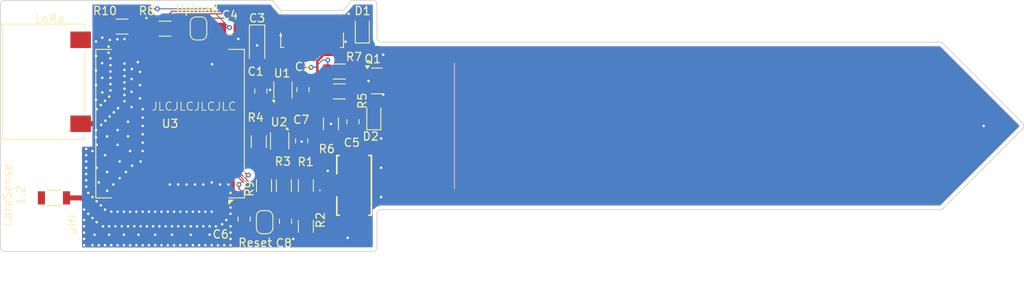
<source format=kicad_pcb>
(kicad_pcb (version 20240108) (generator "pcbnew") (generator_version "8.0")
  (layers (0 "F.Cu" signal) (31 "B.Cu" signal) (34 "B.Paste" user) (35 "F.Paste" user) (36 "B.SilkS" user "B.Silkscreen") (37 "F.SilkS" user "F.Silkscreen") (38 "B.Mask" user) (39 "F.Mask" user) (44 "Edge.Cuts" user))
  (net 0 "")
  (net 1 "GND")
  (net 2 "/SENSE")
  (net 3 "VIN")
  (net 4 "+3V3")
  (net 5 "/EN")
  (net 6 "/CAP")
  (net 7 "VBUS")
  (net 9 "/PWM")
  (net 10 "/SDA")
  (net 11 "/SCL")
  (net 12 "/DP")
  (net 13 "/DN")
  (net 14 "Net-(Q1-B)")
  (net 15 "/BATSENSE")
  (net 25 "Net-(JP2-A)")
  (net 27 "Net-(AE1-FEED)")
  (net 28 "Net-(AE2-FEED)")
  (net 30 "/BTN")
  (footprint "Resistor_SMD:R_1206_3216Metric" (layer "F.Cu") (at 157.0228 61.595 180)
    (property "Reference" "R10")
    (property "Value" "10k")
  )
  (footprint "Resistor_SMD:R_1206_3216Metric" (layer "F.Cu") (at 176.657 80.899 90)
    (property "Reference" "R3")
    (property "Value" "10k")
  )
  (footprint "Capacitor_SMD:C_0805_2012Metric_Pad1.18x1.45mm_HandSolder" (layer "F.Cu") (at 176.8602 85.2424 90)
    (property "Reference" "C8")
    (property "Value" "10n")
  )
  (footprint "RF_Module:Heltec_HT-CT62" (layer "F.Cu") (at 162.8394 73.3806 180)
    (property "Reference" "U3")
    (property "Value" "HT-CT62")
  )
  (footprint "Capacitor_Tantalum_SMD:CP_EIA-3216-18_Kemet-A_Pad1.58x1.35mm_HandSolder" (layer "F.Cu") (at 173.4058 63.881 -90)
    (property "Reference" "C3")
    (property "Value" "47u")
  )
  (footprint "Resistor_SMD:R_1206_3216Metric" (layer "F.Cu") (at 183.388 67.056)
    (property "Reference" "R7")
    (property "Value" "10k")
  )
  (footprint "Jumper:SolderJumper-2_P1.3mm_Open_RoundedPad1.0x1.5mm" (layer "F.Cu") (at 166.2938 61.8236 -90)
    (property "Reference" "JP2" (hide yes))
    (property "Value" "Upload")
  )
  (footprint "Custom:TI_WSON-6-1EP_2x2mm_P0.65mm_EP1x1.6mm" (layer "F.Cu") (at 176.545 69.301 90)
    (property "Reference" "U1")
    (property "Value" "TPS7A2633DRVR")
  )
  (footprint "Resistor_SMD:R_1206_3216Metric" (layer "F.Cu") (at 162.2298 61.849)
    (property "Reference" "R8")
    (property "Value" "10k")
  )
  (footprint "Resistor_SMD:R_1206_3216Metric" (layer "F.Cu") (at 182.372 73.406 90)
    (property "Reference" "R6")
    (property "Value" "1M")
  )
  (footprint "Resistor_SMD:R_1206_3216Metric" (layer "F.Cu") (at 173.609 75.565 -90)
    (property "Reference" "R4")
    (property "Value" "10k")
  )
  (footprint "Diode_SMD:D_SOD-323" (layer "F.Cu") (at 186.182 61.976 90)
    (property "Reference" "D1")
    (property "Value" "1N4148WS" (hide yes))
  )
  (footprint "Resistor_SMD:R_1206_3216Metric" (layer "F.Cu") (at 179.324 80.899 -90)
    (property "Reference" "R1")
    (property "Value" "2M")
  )
  (footprint "Connector_USB:USB_Micro-B_Molex_47346-0001" (layer "F.Cu") (at 180.086 62.4236 180)
    (property "Reference" "J2" (hide yes))
    (property "Value" "USB_B_Micro" (hide yes))
  )
  (footprint "Custom:532614002" (layer "F.Cu") (at 184.785 80.8736 -90)
    (property "Reference" "J1" (hide yes))
    (property "Value" "Conn_01x02_Socket" (hide yes))
  )
  (footprint "Capacitor_SMD:C_0805_2012Metric_Pad1.18x1.45mm_HandSolder" (layer "F.Cu") (at 178.81275 75.474 -90)
    (property "Reference" "C7")
    (property "Value" "100n")
  )
  (footprint "Custom:2450AT18A100E_JOT" (layer "F.Cu") (at 148.7424 82.3976 180)
    (property "Reference" "AE1" (hide yes))
    (property "Value" "Wifi")
  )
  (footprint "Resistor_SMD:R_1206_3216Metric" (layer "F.Cu") (at 183.388 69.469)
    (property "Reference" "R5")
    (property "Value" "10k")
  )
  (footprint "Capacitor_SMD:C_0805_2012Metric_Pad1.18x1.45mm_HandSolder" (layer "F.Cu") (at 185.039 73.152 90)
    (property "Reference" "C5")
    (property "Value" "1n")
  )
  (footprint "Diode_SMD:D_SOD-323" (layer "F.Cu") (at 187.579 72.517 90)
    (property "Reference" "D2")
    (property "Value" "1N4148WS")
  )
  (footprint "Custom:smd-tactile" (layer "F.Cu") (at 184.11 87.249)
    (property "Reference" "SW1" (hide yes))
    (property "Value" "SW_Push")
  )
  (footprint "Resistor_SMD:R_1206_3216Metric" (layer "F.Cu") (at 174.244 80.899 90)
    (property "Reference" "R9")
    (property "Value" "10k")
  )
  (footprint "Capacitor_SMD:C_0805_2012Metric_Pad1.18x1.45mm_HandSolder" (layer "F.Cu") (at 173.859 69.428 -90)
    (property "Reference" "C1")
    (property "Value" "2.2u")
  )
  (footprint "Resistor_SMD:R_1206_3216Metric" (layer "F.Cu") (at 179.324 85.852 90)
    (property "Reference" "R2")
    (property "Value" "2M")
  )
  (footprint "Custom:ANT-868-uSP410" (layer "F.Cu") (at 147.478 68.3006 90)
    (property "Reference" "AE2" (hide yes))
    (property "Value" "Lora" (hide yes))
  )
  (footprint "Custom:CapSense" (layer "F.Cu") (at 229.171 73.533 90)
    (property "Reference" "J4" (hide yes))
    (property "Value" "CapSense" (hide yes))
  )
  (footprint "Capacitor_SMD:C_0805_2012Metric_Pad1.18x1.45mm_HandSolder" (layer "F.Cu") (at 178.973 69.244001 90)
    (property "Reference" "C2")
    (property "Value" "1u")
  )
  (footprint "Jumper:SolderJumper-2_P1.3mm_Open_RoundedPad1.0x1.5mm" (layer "F.Cu") (at 174.3202 85.344 90)
    (property "Reference" "JP1" (hide yes))
    (property "Value" "Reset")
  )
  (footprint "Capacitor_SMD:C_0805_2012Metric_Pad1.18x1.45mm_HandSolder" (layer "F.Cu") (at 170.1038 61.849 180)
    (property "Reference" "C4")
    (property "Value" "10uF")
  )
  (footprint "Custom:Sensirion_DFN-4-1EP_2x2mm_P1mm_EP0.7x1.6mm" (layer "F.Cu") (at 176.14575 75.474 -90)
    (property "Reference" "U2")
    (property "Value" "SHTC3")
  )
  (footprint "Capacitor_SMD:C_0805_2012Metric_Pad1.18x1.45mm_HandSolder" (layer "F.Cu") (at 171.831 84.963 90)
    (property "Reference" "C6")
    (property "Value" "2.2u")
  )
  (footprint "Package_TO_SOT_SMD:SOT-23" (layer "F.Cu") (at 187.96 68.199)
    (property "Reference" "Q1")
    (property "Value" "MMBT3906")
  )
  (gr_line (start 197.358 66.04) (end 197.358 81.28) (stroke (width 0.1)) (layer "B.SilkS"))
  (gr_line (start 197.358 66.04) (end 197.358 81.28) (stroke (width 0.1)) (layer "F.SilkS"))
  (gr_arc (start 266.34079 73.30079) (mid 266.489586 73.66) (end 266.34079 74.01921) (stroke (width 0.1)) (layer "Edge.Cuts"))
  (gr_line (start 142.239989 88.392) (end 142.24 58.928) (stroke (width 0.1)) (layer "Edge.Cuts"))
  (gr_arc (start 187.96 88.392) (mid 187.81121 88.75121) (end 187.452 88.9) (stroke (width 0.1)) (layer "Edge.Cuts"))
  (gr_arc (start 188.468 63.5) (mid 188.10879 63.35121) (end 187.96 62.992) (stroke (width 0.1)) (layer "Edge.Cuts"))
  (gr_line (start 266.34079 74.01921) (end 256.68879 83.67121) (stroke (width 0.1)) (layer "Edge.Cuts"))
  (gr_line (start 176.276 59.6296) (end 183.896 59.6296) (stroke (width 0.1)) (layer "Edge.Cuts"))
  (gr_arc (start 187.452 58.42) (mid 187.81121 58.56879) (end 187.96 58.928) (stroke (width 0.1)) (layer "Edge.Cuts"))
  (gr_line (start 184.912 58.42) (end 187.452 58.42) (stroke (width 0.1)) (layer "Edge.Cuts"))
  (gr_line (start 188.468 63.5) (end 256.32958 63.5) (stroke (width 0.1)) (layer "Edge.Cuts"))
  (gr_line (start 183.896 59.6296) (end 184.912 58.42) (stroke (width 0.1)) (layer "Edge.Cuts"))
  (gr_line (start 256.32958 83.82) (end 188.468 83.82) (stroke (width 0.1)) (layer "Edge.Cuts"))
  (gr_arc (start 256.32958 63.5) (mid 256.523983 63.538669) (end 256.68879 63.64879) (stroke (width 0.1)) (layer "Edge.Cuts"))
  (gr_line (start 187.96 58.928) (end 187.96 62.992) (stroke (width 0.1)) (layer "Edge.Cuts"))
  (gr_line (start 187.452 88.9) (end 142.748 88.900011) (stroke (width 0.1)) (layer "Edge.Cuts"))
  (gr_line (start 187.96 84.328) (end 187.96 88.392) (stroke (width 0.1)) (layer "Edge.Cuts"))
  (gr_arc (start 142.748 88.900011) (mid 142.38983 88.75017) (end 142.239989 88.392) (stroke (width 0.1)) (layer "Edge.Cuts"))
  (gr_line (start 256.68879 63.64879) (end 266.34079 73.30079) (stroke (width 0.1)) (layer "Edge.Cuts"))
  (gr_line (start 175.26 58.42) (end 176.276 59.6296) (stroke (width 0.1)) (layer "Edge.Cuts"))
  (gr_arc (start 142.24 58.928) (mid 142.390059 58.567525) (end 142.751584 58.420013) (stroke (width 0.1)) (layer "Edge.Cuts"))
  (gr_arc (start 256.68879 83.67121) (mid 256.523983 83.78133) (end 256.32958 83.82) (stroke (width 0.1)) (layer "Edge.Cuts"))
  (gr_line (start 142.748 58.42) (end 175.26 58.42) (stroke (width 0.1)) (layer "Edge.Cuts"))
  (gr_arc (start 187.96 84.328) (mid 188.10879 83.96879) (end 188.468 83.82) (stroke (width 0.1)) (layer "Edge.Cuts"))
  (gr_text "LoRa" (at 146.3548 61.214 0) (layer "F.SilkS") (effects (font (size 1 1) (thickness 0.1)) (justify left bottom)))
  (gr_text "LoraSense\n1.2" (at 145.288 82.042 90) (layer "F.SilkS") (effects (font (size 1 1) (thickness 0.1)) (justify bottom)))
  (gr_text "JLCJLCJLCJLC" (at 160.528 71.882 0) (layer "F.SilkS") (effects (font (size 1 1) (thickness 0.1)) (justify left bottom)))
  (gr_text "wifi\n" (at 151.638 87.0204 90) (layer "F.SilkS") (effects (font (size 1 1) (thickness 0.1)) (justify left bottom)))
  (segment (start 159.9692 60.5536) (end 159.9692 61.0509) (width 0.3048) (layer "F.Cu") (net 1))
  (segment (start 188.8975 68.199) (end 186.944 68.199) (width 0.3048) (layer "F.Cu") (net 1))
  (segment (start 181.236 61.2236) (end 183.461 61.2236) (width 0.3048) (layer "F.Cu") (net 1))
  (segment (start 171.831 86.0005) (end 174.3137 86.0005) (width 0.3048) (layer "F.Cu") (net 1))
  (segment (start 177.8615 87.3145) (end 177.8 87.376) (width 0.3048) (layer "F.Cu") (net 1))
  (segment (start 178.70025 76.399) (end 178.81275 76.5115) (width 0.3048) (layer "F.Cu") (net 1))
  (segment (start 171.1413 61.849) (end 171.1413 63.0801) (width 0.3048) (layer "F.Cu") (net 1))
  (segment (start 183.791 63.7986) (end 184.15 63.4396) (width 0.3048) (layer "F.Cu") (net 1))
  (segment (start 174.9941 69.301) (end 174.9796 69.2865) (width 0.3048) (layer "F.Cu") (net 1))
  (segment (start 176.711 62.2426) (end 176.276 62.6776) (width 0.3048) (layer "F.Cu") (net 1))
  (segment (start 171.831 86.0005) (end 170.3285 86.0005) (width 0.3048) (layer "F.Cu") (net 1))
  (segment (start 182.285 79.415) (end 181.991 79.121) (width 0.3048) (layer "F.Cu") (net 1))
  (segment (start 184.868 71.9435) (end 185.039 72.1145) (width 0.3048) (layer "F.Cu") (net 1))
  (segment (start 170.2855 87.2705) (end 170.18 87.376) (width 0.3048) (layer "F.Cu") (net 1))
  (segment (start 179.324 87.3145) (end 177.8615 87.3145) (width 0.3048) (layer "F.Cu") (net 1))
  (segment (start 176.8602 86.2799) (end 176.8602 86.4362) (width 0.3048) (layer "F.Cu") (net 1))
  (segment (start 178.81275 76.5115) (end 178.81275 75.56825) (width 0.3048) (layer "F.Cu") (net 1))
  (segment (start 167.9194 64.4906) (end 167.9194 66.1416) (width 0.3048) (layer "F.Cu") (net 1))
  (segment (start 184.525597 60.046135) (end 183.461 61.110732) (width 0.3048) (layer "F.Cu") (net 1))
  (segment (start 178.81275 76.5115) (end 178.58805 76.5115) (width 0.3048) (layer "F.Cu") (net 1))
  (segment (start 183.461 61.110732) (end 183.461 61.2236) (width 0.3048) (layer "F.Cu") (net 1))
  (segment (start 178.786 63.8836) (end 177.6835 63.8836) (width 0.3048) (layer "F.Cu") (net 1))
  (segment (start 186.61 87.249) (end 184.404 87.249) (width 0.3048) (layer "F.Cu") (net 1))
  (segment (start 178.81275 75.56825) (end 178.816 75.565) (width 0.3048) (layer "F.Cu") (net 1))
  (segment (start 177.992499 69.301) (end 178.973 70.281501) (width 0.508) (layer "F.Cu") (net 1))
  (segment (start 176.711 61.2236) (end 178.536 61.2236) (width 0.3048) (layer "F.Cu") (net 1))
  (segment (start 176.545 69.301) (end 177.992499 69.301) (width 0.508) (layer "F.Cu") (net 1))
  (segment (start 159.9692 61.0509) (end 160.7673 61.849) (width 0.3048) (layer "F.Cu") (net 1))
  (segment (start 167.9194 66.1416) (end 167.9448 66.167) (width 0.3048) (layer "F.Cu") (net 1))
  (segment (start 176.64575 76.399) (end 178.70025 76.399) (width 0.3048) (layer "F.Cu") (net 1))
  (segment (start 176.8602 86.4362) (end 177.8 87.376) (width 0.3048) (layer "F.Cu") (net 1))
  (segment (start 182.5735 63.7986) (end 183.791 63.7986) (width 0.3048) (layer "F.Cu") (net 1))
  (segment (start 177.5985 63.7986) (end 177.397 63.7986) (width 0.3048) (layer "F.Cu") (net 1))
  (segment (start 177.397 63.7986) (end 176.276 62.6776) (width 0.3048) (layer "F.Cu") (net 1))
  (segment (start 173.4058 65.3185) (end 173.4058 63.881) (width 0.3048) (layer "F.Cu") (net 1))
  (segment (start 174.755 69.2865) (end 173.859 68.3905) (width 0.3048) (layer "F.Cu") (net 1))
  (segment (start 182.372 71.9435) (end 182.372 73.406) (width 0.3048) (layer "F.Cu") (net 1))
  (segment (start 171.1413 63.0801) (end 171.1198 63.1016) (width 0.3048) (layer "F.Cu") (net 1))
  (segment (start 170.3285 86.0005) (end 170.18 85.852) (width 0.3048) (layer "F.Cu") (net 1))
  (segment (start 182.285 80.2486) (end 182.285 79.415) (width 0.3048) (layer "F.Cu") (net 1))
  (segment (start 176.545 69.301) (end 176.545 68.326) (width 0.508) (layer "F.Cu") (net 1))
  (segment (start 182.372 71.9435) (end 184.868 71.9435) (width 0.3048) (layer "F.Cu") (net 1))
  (segment (start 176.545 69.301) (end 174.9941 69.301) (width 0.508) (layer "F.Cu") (net 1))
  (segment (start 178.536 61.2236) (end 181.236 61.2236) (width 0.3048) (layer "F.Cu") (net 1))
  (segment (start 174.9796 69.2865) (end 174.755 69.2865) (width 0.3048) (layer "F.Cu") (net 1))
  (segment (start 174.3137 86.0005) (end 174.3202 85.994) (width 0.3048) (layer "F.Cu") (net 1))
  (segment (start 176.711 61.2236) (end 176.711 62.2426) (width 0.3048) (layer "F.Cu") (net 1))
  (via (at 155.702 88.138) (size 0.5) (drill 0.3) (layers "F.Cu" "B.Cu") (net 1))
  (via (at 188.468 78.74) (size 0.6) (drill 0.3) (layers "F.Cu" "B.Cu") (net 1))
  (via (at 159.9692 60.5536) (size 0.5) (drill 0.3) (layers "F.Cu" "B.Cu") (net 1))
  (via (at 155.448 70.104) (size 0.5) (drill 0.3) (layers "F.Cu" "B.Cu") (net 1))
  (via (at 159.512 84.074) (size 0.5) (drill 0.3) (layers "F.Cu" "B.Cu") (net 1))
  (via (at 153.924 71.628) (size 0.5) (drill 0.3) (layers "F.Cu" "B.Cu") (net 1))
  (via (at 157.3022 67.6148) (size 0.5) (drill 0.3) (layers "F.Cu" "B.Cu") (net 1))
  (via (at 166.37 88.138) (size 0.5) (drill 0.3) (layers "F.Cu" "B.Cu") (net 1))
  (via (at 155.194 74.93) (size 0.5) (drill 0.3) (layers "F.Cu" "B.Cu") (net 1))
  (via (at 152.654 77.978) (size 0.5) (drill 0.3) (layers "F.Cu" "B.Cu") (net 1))
  (via (at 166.878 80.772) (size 0.5) (drill 0.3) (layers "F.Cu" "B.Cu") (net 1))
  (via (at 159.258 85.852) (size 0.5) (drill 0.3) (layers "F.Cu" "B.Cu") (net 1))
  (via (at 153.8478 63.40475) (size 0.5) (drill 0.3) (layers "F.Cu" "B.Cu") (net 1))
  (via (at 169.418 88.138) (size 0.5) (drill 0.3) (layers "F.Cu" "B.Cu") (net 1))
  (via (at 154.686 85.852) (size 0.5) (drill 0.3) (layers "F.Cu" "B.Cu") (net 1))
  (via (at 157.734 74.93) (size 0.5) (drill 0.3) (layers "F.Cu" "B.Cu") (net 1))
  (via (at 163.322 84.074) (size 0.5) (drill 0.3) (layers "F.Cu" "B.Cu") (net 1))
  (via (at 176.276 62.6776) (size 0.5) (drill 0.3) (layers "F.Cu" "B.Cu") (net 1))
  (via (at 154.6098 62.9412) (size 0.5) (drill 0.3) (layers "F.Cu" "B.Cu") (net 1))
  (via (at 158.75 88.138) (size 0.5) (drill 0.3) (layers "F.Cu" "B.Cu") (net 1))
  (via (at 155.702 84.074) (size 0.5) (drill 0.3) (layers "F.Cu" "B.Cu") (net 1))
  (via (at 153.8478 70.485) (size 0.5) (drill 0.3) (layers "F.Cu" "B.Cu") (net 1))
  (via (at 182.372 73.406) (size 0.6) (drill 0.3) (layers "F.Cu" "B.Cu") (net 1))
  (via (at 168.656 88.138) (size 0.5) (drill 0.3) (layers "F.Cu" "B.Cu") (net 1))
  (via (at 163.322 88.138) (size 0.5) (drill 0.3) (layers "F.Cu" "B.Cu") (net 1))
  (via (at 188.468 82.296) (size 0.6) (drill 0.3) (layers "F.Cu" "B.Cu") (net 1))
  (via (at 156.464 75.946) (size 0.5) (drill 0.3) (layers "F.Cu" "B.Cu") (net 1))
  (via (at 181.991 79.121) (size 0.6) (drill 0.3) (layers "F.Cu" "B.Cu") (net 1))
  (via (at 167.132 88.138) (size 0.5) (drill 0.3) (layers "F.Cu" "B.Cu") (net 1))
  (via (at 161.036 84.074) (size 0.5) (drill 0.3) (layers "F.Cu" "B.Cu") (net 1))
  (via (at 178.816 75.565) (size 0.6) (drill 0.3) (layers "F.Cu" "B.Cu") (net 1))
  (via (at 161.798 88.138) (size 0.5) (drill 0.3) (layers "F.Cu" "B.Cu") (net 1))
  (via (at 153.416 84.836) (size 0.5) (drill 0.3) (layers "F.Cu" "B.Cu") (net 1))
  (via (at 163.068 85.852) (size 0.5) (drill 0.3) (layers "F.Cu" "B.Cu") (net 1))
  (via (at 152.4 85.852) (size 0.5) (drill 0.3) (layers "F.Cu" "B.Cu") (net 1))
  (via (at 167.894 88.138) (size 0.5) (drill 0.3) (layers "F.Cu" "B.Cu") (net 1))
  (via (at 184.525597 60.046135) (size 0.5) (drill 0.3) (layers "F.Cu" "B.Cu") (net 1))
  (via (at 157.734 85.852) (size 0.5) (drill 0.3) (layers "F.Cu" "B.Cu") (net 1))
  (via (at 164.846 88.138) (size 0.5) (drill 0.3) (layers "F.Cu" "B.Cu") (net 1))
  (via (at 155.448 86.868) (size 0.5) (drill 0.3) (layers "F.Cu" "B.Cu") (net 1))
  (via (at 157.3022 69.1388) (size 0.5) (drill 0.3) (layers "F.Cu" "B.Cu") (net 1))
  (via (at 170.18 84.328) (size 0.5) (drill 0.3) (layers "F.Cu" "B.Cu") (net 1))
  (via (at 156.5148 71.501) (size 0.5) (drill 0.3) (layers "F.Cu" "B.Cu") (net 1))
  (via (at 152.908 84.328) (size 0.5) (drill 0.3) (layers "F.Cu" "B.Cu") (net 1))
  (via (at 153.8478 66.929) (size 0.5) (drill 0.3) (layers "F.Cu" "B.Cu") (net 1))
  (via (at 166.878 85.852) (size 0.5) (drill 0.3) (layers "F.Cu" "B.Cu") (net 1))
  (via (at 159.1818 68.707002) (size 0.5) (drill 0.3) (layers "F.Cu" "B.Cu") (net 1))
  (via (at 153.8478 74.168) (size 0.5) (drill 0.3) (layers "F.Cu" "B.Cu") (net 1))
  (via (at 157.3022 66.8528) (size 0.5) (drill 0.3) (layers "F.Cu" "B.Cu") (net 1))
  (via (at 153.924 78.74) (size 0.5) (drill 0.3) (layers "F.Cu" "B.Cu") (net 1))
  (via (at 153.416 88.138) (size 0.5) (drill 0.3) (layers "F.Cu" "B.Cu") (net 1))
  (via (at 157.734 73.152) (size 0.5) (drill 0.3) (layers "F.Cu" "B.Cu") (net 1))
  (via (at 170.18 85.852) (size 0.5) (drill 0.3) (layers "F.Cu" "B.Cu") (net 1))
  (via (at 154.178 80.518) (size 0.5) (drill 0.3) (layers "F.Cu" "B.Cu") (net 1))
  (via (at 186.944 68.199) (size 0.6) (drill 0.3) (layers "F.Cu" "B.Cu") (net 1))
  (via (at 167.64 86.868) (size 0.5) (drill 0.3) (layers "F.Cu" "B.Cu") (net 1))
  (via (at 162.814 80.772) (size 0.5) (drill 0.3) (layers "F.Cu" "B.Cu") (net 1))
  (via (at 152.4 88.138) (size 0.5) (drill 0.3) (layers "F.Cu" "B.Cu") (net 1))
  (via (at 159.1818 70.315668) (size 0.5) (drill 0.3) (layers "F.Cu" "B.Cu") (net 1))
  (via (at 158.1658 67.966166) (size 0.5) (drill 0.3) (layers "F.Cu" "B.Cu") (net 1))
  (via (at 163.83 85.852) (size 0.5) (drill 0.3) (layers "F.Cu" "B.Cu") (net 1))
  (via (at 156.21 85.852) (size 0.5) (drill 0.3) (layers "F.Cu" "B.Cu") (net 1))
  (via (at 152.4 83.82) (size 0.5) (drill 0.3) (layers "F.Cu" "B.Cu") (net 1))
  (via (at 163.068 86.868) (size 0.5) (drill 0.3) (layers "F.Cu" "B.Cu") (net 1))
  (via (at 158.1912 66.7512) (size 0.5) (drill 0.3) (layers "F.Cu" "B.Cu") (net 1))
  (via (at 158.75 84.074) (size 0.5) (drill 0.3) (layers "F.Cu" "B.Cu") (net 1))
  (via (at 154.94 88.138) (size 0.5) (drill 0.3) (layers "F.Cu" "B.Cu") (net 1))
  (via (at 157.988 88.138) (size 0.5) (drill 0.3) (layers "F.Cu" "B.Cu") (net 1))
  (via (at 188.722 69.85) (size 0.6) (drill 0.3) (layers "F.Cu" "B.Cu") (net 1))
  (via (at 154.432 83.312) (size 0.5) (drill 0.3) (layers "F.Cu" "B.Cu") (net 1))
  (via (at 159.512 74.676) (size 0.5) (drill 0.3) (layers "F.Cu" "B.Cu") (net 1))
  (via (at 158.496 85.852) (size 0.5) (drill 0.3) (layers "F.Cu" "B.Cu") (net 1))
  (via (at 154.6098 69.596) (size 0.5) (drill 0.3) (layers "F.Cu" "B.Cu") (net 1))
  (via (at 155.6004 65.4558) (size 0.5) (drill 0.3) (layers "F.Cu" "B.Cu") (net 1))
  (via (at 157.988 76.708) (size 0.5) (drill 0.3) (layers "F.Cu" "B.Cu") (net 1))
  (via (at 159.512 76.708) (size 0.5) (drill 0.3) (layers "F.Cu" "B.Cu") (net 1))
  (via (at 261.62 73.66) (size 0.6) (drill 0.3) (layers "F.Cu" "B.Cu") (net 1))
  (via (at 152.654 80.264) (size 0.5) (drill 0.3) (layers "F.Cu" "B.Cu") (net 1))
  (via (at 188.722 65.024) (size 0.6) (drill 0.3) (layers "F.Cu" "B.Cu") (net 1))
  (via (at 155.4988 72.517) (size 0.5) (drill 0.3) (layers "F.Cu" "B.Cu") (net 1))
  (via (at 152.4 87.376) (size 0.5) (drill 0.3) (layers "F.Cu" "B.Cu") (net 1))
  (via (at 170.18 81.788) (size 0.5) (drill 0.3) (layers "F.Cu" "B.Cu") (net 1))
  (via (at 158.9278 65.913) (size 0.5) (drill 0.3) (layers "F.Cu" "B.Cu") (net 1))
  (via (at 153.8478 75.057) (size 0.5) (drill 0.3) (layers "F.Cu" "B.Cu") (net 1))
  (via (at 184.15 63.4396) (size 0.5) (drill 0.3) (layers "F.Cu" "B.Cu") (net 1))
  (via (at 164.846 80.772) (size 0.5) (drill 0.3) (layers "F.Cu" "B.Cu") (net 1))
  (via (at 160.02 85.852) (size 0.5) (drill 0.3) (layers "F.Cu" "B.Cu") (net 1))
  (via (at 155.6004 69.342) (size 0.5) (drill 0.3) (layers "F.Cu" "B.Cu") (net 1))
  (via (at 157.48 79.248) (size 0.5) (drill 0.3) (layers "F.Cu" "B.Cu") (net 1))
  (via (at 167.64 85.852) (size 0.5) (drill 0.3) (layers "F.Cu" "B.Cu") (net 1))
  (via (at 152.654 79.502) (size 0.5) (drill 0.3) (layers "F.Cu" "B.Cu") (net 1))
  (via (at 164.592 85.852) (size 0.5) (drill 0.3) (layers "F.Cu" "B.Cu") (net 1))
  (via (at 167.894 80.518) (size 0.5) (drill 0.3) (layers "F.Cu" "B.Cu") (net 1))
  (via (at 153.8478 65.166875) (size 0.5) (drill 0.3) (layers "F.Cu" "B.Cu") (net 1))
  (via (at 188.468 75.184) (size 0.6) (drill 0.3) (layers "F.Cu" "B.Cu") (net 1))
  (via (at 157.226 84.074) (size 0.5) (drill 0.3) (layers "F.Cu" "B.Cu") (net 1))
  (via (at 159.004 86.868) (size 0.5) (drill 0.3) (layers "F.Cu" "B.Cu") (net 1))
  (via (at 154.94 70.612) (size 0.5) (drill 0.3) (layers "F.Cu" "B.Cu") (net 1))
  (via (at 157.226 86.868) (size 0.5) (drill 0.3) (layers "F.Cu" "B.Cu") (net 1))
  (via (at 152.654 77.216) (size 0.5) (drill 0.3) (layers "F.Cu" "B.Cu") (net 1))
  (via (at 156.4386 63.1444) (size 0.5) (drill 0.3) (layers "F.Cu" "B.Cu") (net 1))
  (via (at 155.6004 67.056) (size 0.5) (drill 0.3) (layers "F.Cu" "B.Cu") (net 1))
  (via (at 161.036 86.868) (size 0.5) (drill 0.3) (layers "F.Cu" "B.Cu") (net 1))
  (via (at 174.9796 69.2865) (size 0.5) (drill 0.3) (layers "F.Cu" "B.Cu") (net 1))
  (via (at 155.194 79.248) (size 0.5) (drill 0.3) (layers "F.Cu" "B.Cu") (net 1))
  (via (at 156.0068 72.009) (size 0.5) (drill 0.3) (layers "F.Cu" "B.Cu") (net 1))
  (via (at 156.972 85.852) (size 0.5) (drill 0.3) (layers "F.Cu" "B.Cu") (net 1))
  (via (at 159.512 75.692) (size 0.5) (drill 0.3) (layers "F.Cu" "B.Cu") (net 1))
  (via (at 160.274 88.138) (size 0.5) (drill 0.3) (layers "F.Cu" "B.Cu") (net 1))
  (via (at 153.8478 68.691125) (size 0.5) (drill 0.3) (layers "F.Cu" "B.Cu") (net 1))
  (via (at 154.9908 73.025) (size 0.5) (drill 0.3) (layers "F.Cu" "B.Cu") (net 1))
  (via (at 162.306 85.852) (size 0.5) (drill 0.3) (layers "F.Cu" "B.Cu") (net 1))
  (via (at 167.132 84.074) (size 0.5) (drill 0.3) (layers "F.Cu" "B.Cu") (net 1))
  (via (at 170.18 83.566) (size 0.5) (drill 0.3) (layers "F.Cu" "B.Cu") (net 1))
  (via (at 169.672 85.09) (size 0.5) (drill 0.3) (layers "F.Cu" "B.Cu") (net 1))
  (via (at 152.4 86.614) (size 0.5) (drill 0.3) (layers "F.Cu" "B.Cu") (net 1))
  (via (at 154.4828 73.533) (size 0.5) (drill 0.3) (layers "F.Cu" "B.Cu") (net 1))
  (via (at 161.036 88.138) (size 0.5) (drill 0.3) (layers "F.Cu" "B.Cu") (net 1))
  (via (at 152.4 85.09) (size 0.5) (drill 0.3) (layers "F.Cu" "B.Cu") (net 1))
  (via (at 163.83 80.772) (size 0.5) (drill 0.3) (layers "F.Cu" "B.Cu") (net 1))
  (via (at 158.242 78.486) (size 0.5) (drill 0.3) (layers "F.Cu" "B.Cu") (net 1))
  (via (at 162.56 88.138) (size 0.5) (drill 0.3) (layers "F.Cu" "B.Cu") (net 1))
  (via (at 158.1658 71.374) (size 0.5) (drill 0.3) (layers "F.Cu" "B.Cu") (net 1))
  (via (at 168.91 80.772) (size 0.5) (drill 0.3) (layers "F.Cu" "B.Cu") (net 1))
  (via (at 153.416 82.296) (size 0.5) (drill 0.3) (layers "F.Cu" "B.Cu") (net 1))
  (via (at 155.956 80.772) (size 0.5) (drill 0.3) (layers "F.Cu" "B.Cu") (net 1))
  (via (at 167.9448 66.167) (size 0.5) (drill 0.3) (layers "F.Cu" "B.Cu") (net 1))
  (via (at 173.4058 63.881) (size 0.5) (drill 0.3) (layers "F.Cu" "B.Cu") (net 1))
  (via (at 156.464 88.138) (size 0.5) (drill 0.3) (layers "F.Cu" "B.Cu") (net 1))
  (via (at 161.544 85.852) (size 0.5) (drill 0.3) (layers "F.Cu" "B.Cu") (net 1))
  (via (at 152.654 78.74) (size 0.5) (drill 0.3) (layers "F.Cu" "B.Cu") (net 1))
  (via (at 166.116 85.852) (size 0.5) (drill 0.3) (layers "F.Cu" "B.Cu") (net 1))
  (via (at 155.448 85.852) (size 0.5) (drill 0.3) (layers "F.Cu" "B.Cu") (net 1))
  (via (at 170.18 87.376) (size 0.5) (drill 0.3) (layers "F.Cu" "B.Cu") (net 1))
  (via (at 170.18 88.138) (size 0.5) (drill 0.3) (layers "F.Cu" "B.Cu") (net 1))
  (via (at 168.402 85.852) (size 0.5) (drill 0.3) (layers "F.Cu" "B.Cu") (net 1))
  (via (at 157.3022 66.0908) (size 0.5) (drill 0.3) (layers "F.Cu" "B.Cu") (net 1))
  (via (at 154.5844 66.04) (size 0.5) (drill 0.3) (layers "F.Cu" "B.Cu") (net 1))
  (via (at 171.1198 63.1016) (size 0.5) (drill 0.3) (layers "F.Cu" "B.Cu") (net 1))
  (via (at 157.3022 63.119) (size 0.5) (drill 0.3) (layers "F.Cu" "B.Cu") (net 1))
  (via (at 153.924 82.804) (size 0.5) (drill 0.3) (layers "F.Cu" "B.Cu") (net 1))
  (via (at 153.67 86.868) (size 0.5) (drill 0.3) (layers "F.Cu" "B.Cu") (net 1))
  (via (at 161.798 84.074) (size 0.5) (drill 0.3) (layers "F.Cu" "B.Cu") (net 1))
  (via (at 177.8 87.376) (size 0.6) (drill 0.3) (layers "F.Cu" "B.Cu") (net 1))
  (via (at 157.3022 70.6628) (size 0.5) (drill 0.3) (layers "F.Cu" "B.Cu") (net 1))
  (via (at 157.226 88.138) (size 0.5) (drill 0.3) (layers "F.Cu" "B.Cu") (net 1))
  (via (at 155.6004 68.58) (size 0.5) (drill 0.3) (layers "F.Cu" "B.Cu") (net 1))
  (via (at 165.608 88.138) (size 0.5) (drill 0.3) (layers "F.Cu" "B.Cu") (net 1))
  (via (at 157.3022 69.9008) (size 0.5) (drill 0.3) (layers "F.Cu" "B.Cu") (net 1))
  (via (at 152.908 81.788) (size 0.5) (drill 0.3) (layers "F.Cu" "B.Cu") (net 1))
  (via (at 160.782 85.852) (size 0.5) (drill 0.3) (layers "F.Cu" "B.Cu") (net 1))
  (via (at 156.464 84.074) (size 0.5) (drill 0.3) (layers "F.Cu" "B.Cu") (net 1))
  (via (at 164.084 88.138) (size 0.5) (drill 0.3) (layers "F.Cu" "B.Cu") (net 1))
  (via (at 159.512 72.644) (size 0.5) (drill 0.3) (layers "F.Cu" "B.Cu") (net 1))
  (via (at 169.926 80.772) (size 0.5) (drill 0.3) (layers "F.Cu" "B.Cu") (net 1))
  (via (at 157.3022 68.3768) (size 0.5) (drill 0.3) (layers "F.Cu" "B.Cu") (net 1))
  (via (at 159.512 73.66) (size 0.5) (drill 0.3) (layers "F.Cu" "B.Cu") (net 1))
  (via (at 159.512 71.628) (size 0.5) (drill 0.3) (layers "F.Cu" "B.Cu") (net 1))
  (via (at 152.654 76.454) (size 0.5) (drill 0.3) (layers "F.Cu" "B.Cu") (net 1))
  (via (at 167.894 84.074) (size 0.5) (drill 0.3) (layers "F.Cu" "B.Cu") (net 1))
  (via (at 153.924 75.946) (size 0.5) (drill 0.3) (layers "F.Cu" "B.Cu") (net 1))
  (via (at 157.988 84.074) (size 0.5) (drill 0.3) (layers "F.Cu" "B.Cu") (net 1))
  (via (at 155.194 81.534) (size 0.5) (drill 0.3) (layers "F.Cu" "B.Cu") (net 1))
  (via (at 164.846 84.074) (size 0.5) (drill 0.3) (layers "F.Cu" "B.Cu") (net 1))
  (via (at 165.354 86.868) (size 0.5) (drill 0.3) (layers "F.Cu" "B.Cu") (net 1))
  (via (at 160.274 84.074) (size 0.5) (drill 0.3) (layers "F.Cu" "B.Cu") (net 1))
  (via (at 156.718 80.01) (size 0.5) (drill 0.3) (layers "F.Cu" "B.Cu") (net 1))
  (via (at 166.37 84.074) (size 0.5) (drill 0.3) (layers "F.Cu" "B.Cu") (net 1))
  (via (at 170.18 86.614) (size 0.5) (drill 0.3) (layers "F.Cu" "B.Cu") (net 1))
  (via (at 159.258 77.978) (size 0.5) (drill 0.3) (layers "F.Cu" "B.Cu") (net 1))
  (via (at 156.718 77.978) (size 0.5) (drill 0.3) (layers "F.Cu" "B.Cu") (net 1))
  (via (at 155.6004 66.294) (size 0.5) (drill 0.3) (layers "F.Cu" "B.Cu") (net 1))
  (via (at 164.084 84.074) (size 0.5) (drill 0.3) (layers "F.Cu" "B.Cu") (net 1))
  (via (at 156.464 74.168) (size 0.5) (drill 0.3) (layers "F.Cu" "B.Cu") (net 1))
  (via (at 159.1818 67.098336) (size 0.5) (drill 0.3) (layers "F.Cu" "B.Cu") (net 1))
  (via (at 169.164 85.598) (size 0.5) (drill 0.3) (layers "F.Cu" "B.Cu") (net 1))
  (via (at 154.432 71.12) (size 0.5) (drill 0.3) (layers "F.Cu" "B.Cu") (net 1))
  (via (at 153.416 76.708) (size 0.5) (drill 0.3) (layers "F.Cu" "B.Cu") (net 1))
  (via (at 155.3718 64.0334) (size 0.5) (drill 0.3) (layers "F.Cu" "B.Cu") (net 1))
  (via (at 155.3718 64.77) (size 0.5) (drill 0.3) (layers "F.Cu" "B.Cu") (net 1))
  (via (at 165.608 84.074) (size 0.5) (drill 0.3) (layers "F.Cu" "B.Cu") (net 1))
  (via (at 158.1658 69.511332) (size 0.5) (drill 0.3) (layers "F.Cu" "B.Cu") (net 1))
  (via (at 162.56 84.074) (size 0.5) (drill 0.3) (layers "F.Cu" "B.Cu") (net 1))
  (via (at 154.178 88.138) (size 0.5) (drill 0.3) (layers "F.Cu" "B.Cu") (net 1))
  (via (at 153.924 85.344) (size 0.5) (drill 0.3) (layers "F.Cu" "B.Cu") (net 1))
  (via (at 155.6004 67.818) (size 0.5) (drill 0.3) (layers "F.Cu" "B.Cu") (net 1))
  (via (at 165.354 85.852) (size 0.5) (drill 0.3) (layers "F.Cu" "B.Cu") (net 1))
  (via (at 155.5242 63.2206) (size 0.5) (drill 0.3) (layers "F.Cu" "B.Cu") (net 1))
  (via (at 154.6098 67.818) (size 0.5) (drill 0.3) (layers "F.Cu" "B.Cu") (net 1))
  (via (at 154.94 83.82) (size 0.5) (drill 0.3) (layers "F.Cu" "B.Cu") (net 1))
  (via (at 152.654 81.026) (size 0.5) (drill 0.3) (layers "F.Cu" "B.Cu") (net 1))
  (via (at 165.862 80.772) (size 0.5) (drill 0.3) (layers "F.Cu" "B.Cu") (net 1))
  (via (at 159.512 88.138) (size 0.5) (drill 0.3) (layers "F.Cu" "B.Cu") (net 1))
  (via (at 154.94 77.216) (size 0.5) (drill 0.3) (layers "F.Cu" "B.Cu") (net 1))
  (via (at 184.404 87.249) (size 0.6) (drill 0.3) (layers "F.Cu" "B.Cu") (net 1))
  (segment (start 182.372 74.8685) (end 182.372 78.105) (width 0.127) (layer "F.Cu") (net 2))
  (segment (start 179.451 80.645) (end 172.586374 80.645) (width 0.127) (layer "F.Cu") (net 2))
  (segment (start 172.586374 80.645) (end 170.935374 78.994) (width 0.127) (layer "F.Cu") (net 2))
  (segment (start 184.36 74.8685) (end 185.039 74.1895) (width 0.127) (layer "F.Cu") (net 2))
  (segment (start 183.769 79.502) (end 183.769 82.169) (width 0.127) (layer "F.Cu") (net 2))
  (segment (start 182.372 74.8685) (end 184.36 74.8685) (width 0.127) (layer "F.Cu") (net 2))
  (segment (start 170.935374 78.994) (end 160.286 78.994) (width 0.127) (layer "F.Cu") (net 2))
  (segment (start 183.769 82.169) (end 183.515 82.423) (width 0.127) (layer "F.Cu") (net 2))
  (segment (start 186.9565 74.1895) (end 187.579 73.567) (width 0.127) (layer "F.Cu") (net 2))
  (segment (start 182.372 78.105) (end 183.769 79.502) (width 0.127) (layer "F.Cu") (net 2))
  (segment (start 181.229 82.423) (end 179.451 80.645) (width 0.127) (layer "F.Cu") (net 2))
  (segment (start 185.039 74.1895) (end 186.9565 74.1895) (width 0.127) (layer "F.Cu") (net 2))
  (segment (start 160.286 78.994) (end 157.7594 81.5206) (width 0.127) (layer "F.Cu") (net 2))
  (segment (start 183.515 82.423) (end 181.229 82.423) (width 0.127) (layer "F.Cu") (net 2))
  (segment (start 157.7594 81.5206) (end 157.7594 82.2706) (width 0.127) (layer "F.Cu") (net 2))
  (segment (start 186.148 63.026) (end 184.15 65.024) (width 0.3048) (layer "F.Cu") (net 3))
  (segment (start 176.9325 67.563001) (end 177.195 67.825501) (width 0.3048) (layer "F.Cu") (net 3))
  (segment (start 175.895 67.855501) (end 176.1875 67.563001) (width 0.3048) (layer "F.Cu") (net 3))
  (segment (start 181.483 65.024) (end 180.721 65.786) (width 0.3048) (layer "F.Cu") (net 3))
  (segment (start 179.324 79.4365) (end 181.3861 81.4986) (width 0.3048) (layer "F.Cu") (net 3))
  (segment (start 177.195 67.825501) (end 177.195 68.326) (width 0.3048) (layer "F.Cu") (net 3))
  (segment (start 175.895 68.326) (end 175.895 67.855501) (width 0.3048) (layer "F.Cu") (net 3))
  (segment (start 180.721 78.0395) (end 179.324 79.4365) (width 0.3048) (layer "F.Cu") (net 3))
  (segment (start 176.1875 67.563001) (end 176.56 67.563001) (width 0.3048) (layer "F.Cu") (net 3))
  (segment (start 178.853501 68.326) (end 178.973 68.206501) (width 0.3048) (layer "F.Cu") (net 3))
  (segment (start 180.721 68.199) (end 180.721 78.0395) (width 0.3048) (layer "F.Cu") (net 3))
  (segment (start 177.195 68.326) (end 178.853501 68.326) (width 0.3048) (layer "F.Cu") (net 3))
  (segment (start 178.973 68.206501) (end 180.713499 68.206501) (width 0.3048) (layer "F.Cu") (net 3))
  (segment (start 180.713499 68.206501) (end 180.721 68.199) (width 0.3048) (layer "F.Cu") (net 3))
  (segment (start 184.15 65.024) (end 181.483 65.024) (width 0.3048) (layer "F.Cu") (net 3))
  (segment (start 180.721 65.786) (end 180.721 68.199) (width 0.3048) (layer "F.Cu") (net 3))
  (segment (start 181.3861 81.4986) (end 182.285 81.4986) (width 0.3048) (layer "F.Cu") (net 3))
  (segment (start 176.56 67.563001) (end 176.9325 67.563001) (width 0.3048) (layer "F.Cu") (net 3))
  (segment (start 178.973 68.206501) (end 179.051499 68.285) (width 0.3048) (layer "F.Cu") (net 3))
  (segment (start 186.182 63.026) (end 186.148 63.026) (width 0.3048) (layer "F.Cu") (net 3))
  (segment (start 178.973 68.206501) (end 178.973 68.016) (width 0.3048) (layer "F.Cu") (net 3))
  (segment (start 179.5925 74.4365) (end 180.213 75.057) (width 0.3048) (layer "F.Cu") (net 4))
  (segment (start 173.4058 62.611) (end 172.2628 63.754) (width 0.3048) (layer "F.Cu") (net 4))
  (segment (start 178.81275 73.78375) (end 178.81275 74.4365) (width 0.3048) (layer "F.Cu") (net 4))
  (segment (start 175.7055 70.4655) (end 175.895 70.276) (width 0.3048) (layer "F.Cu") (net 4))
  (segment (start 180.213 75.057) (end 180.213 77.4065) (width 0.3048) (layer "F.Cu") (net 4))
  (segment (start 175.387 79.4365) (end 174.244 79.4365) (width 0.3048) (layer "F.Cu") (net 4))
  (segment (start 169.0663 61.849) (end 169.0663 64.3675) (width 0.3048) (layer "F.Cu") (net 4))
  (segment (start 169.1933 61.722) (end 169.0663 61.849) (width 0.127) (layer "F.Cu") (net 4))
  (segment (start 170.053 61.722) (end 169.1933 61.722) (width 0.127) (layer "F.Cu") (net 4))
  (segment (start 160.909 59.436) (end 161.29 59.436) (width 0.127) (layer "F.Cu") (net 4))
  (segment (start 173.859 70.4655) (end 175.7055 70.4655) (width 0.3048) (layer "F.Cu") (net 4))
  (segment (start 173.609 77.0275) (end 174.6865 78.105) (width 0.3048) (layer "F.Cu") (net 4))
  (segment (start 177.546 72.517) (end 178.81275 73.78375) (width 0.3048) (layer "F.Cu") (net 4))
  (segment (start 178.81275 74.4365) (end 179.5925 74.4365) (width 0.3048) (layer "F.Cu") (net 4))
  (segment (start 175.387 78.105) (end 175.387 79.4365) (width 0.3048) (layer "F.Cu") (net 4))
  (segment (start 172.0655 70.4655) (end 173.859 70.4655) (width 0.3048) (layer "F.Cu") (net 4))
  (segment (start 169.926 63.754) (end 169.1894 64.4906) (width 0.3048) (layer "F.Cu") (net 4))
  (segment (start 176.64575 74.549) (end 178.70025 74.549) (width 0.3048) (layer "F.Cu") (net 4))
  (segment (start 172.2628 63.754) (end 169.926 63.754) (width 0.3048) (layer "F.Cu") (net 4))
  (segment (start 173.4058 62.4435) (end 173.4058 62.611) (width 0.3048) (layer "F.Cu") (net 4))
  (segment (start 176.657 79.4365) (end 175.387 79.4365) (width 0.3048) (layer "F.Cu") (net 4))
  (segment (start 169.0663 64.3675) (end 169.1894 64.4906) (width 0.3048) (layer "F.Cu") (net 4))
  (segment (start 175.641 77.851) (end 175.387 78.105) (width 0.3048) (layer "F.Cu") (net 4))
  (segment (start 155.5603 61.595) (end 157.7193 59.436) (width 0.127) (layer "F.Cu") (net 4))
  (segment (start 169.1894 64.4906) (end 169.1894 67.5894) (width 0.3048) (layer "F.Cu") (net 4))
  (segment (start 174.6865 78.105) (end 175.387 78.105) (width 0.3048) (layer "F.Cu") (net 4))
  (segment (start 169.1894 67.5894) (end 172.0655 70.4655) (width 0.3048) (layer "F.Cu") (net 4))
  (segment (start 180.213 77.4065) (end 179.7685 77.851) (width 0.3048) (layer "F.Cu") (net 4))
  (segment (start 178.70025 74.549) (end 178.81275 74.4365) (width 0.3048) (layer "F.Cu") (net 4))
  (segment (start 174.752 72.517) (end 177.546 72.517) (width 0.3048) (layer "F.Cu") (net 4))
  (segment (start 179.7685 77.851) (end 175.641 77.851) (width 0.3048) (layer "F.Cu") (net 4))
  (segment (start 173.859 70.4655) (end 173.859 71.624) (width 0.3048) (layer "F.Cu") (net 4))
  (segment (start 173.859 71.624) (end 174.752 72.517) (width 0.3048) (layer "F.Cu") (net 4))
  (segment (start 176.911 79.4365) (end 176.911 79.375) (width 0.3048) (layer "F.Cu") (net 4))
  (segment (start 157.7193 59.436) (end 160.909 59.436) (width 0.127) (layer "F.Cu") (net 4))
  (via (at 170.053 61.722) (size 0.6) (drill 0.3) (layers "F.Cu" "B.Cu") (net 4))
  (via (at 161.29 59.436) (size 0.6) (drill 0.3) (layers "F.Cu" "B.Cu") (net 4))
  (segment (start 161.29 59.436) (end 167.767 59.436) (width 0.127) (layer "B.Cu") (net 4))
  (segment (start 167.767 59.436) (end 170.053 61.722) (width 0.127) (layer "B.Cu") (net 4))
  (segment (start 156.4894 81.5086) (end 156.4894 82.2706) (width 0.127) (layer "F.Cu") (net 5))
  (segment (start 171.196 81.28) (end 173.101 83.185) (width 0.127) (layer "F.Cu") (net 5))
  (segment (start 174.963888 81.9765) (end 174.244 81.9765) (width 0.3048) (layer "F.Cu") (net 5))
  (segment (start 171.196 80.772) (end 171.196 81.28) (width 0.127) (layer "F.Cu") (net 5))
  (segment (start 159.258 78.74) (end 156.4894 81.5086) (width 0.127) (layer "F.Cu") (net 5))
  (segment (start 174.244 82.3615) (end 173.9245 82.3615) (width 0.127) (layer "F.Cu") (net 5))
  (segment (start 174.3202 84.4042) (end 174.3202 84.694) (width 0.127) (layer "F.Cu") (net 5))
  (segment (start 174.667434 81.9765) (end 174.244 81.9765) (width 0.3048) (layer "F.Cu") (net 5))
  (segment (start 171.831 83.9255) (end 172.3605 83.9255) (width 0.127) (layer "F.Cu") (net 5))
  (segment (start 172.339 79.629) (end 172.212 79.629) (width 0.127) (layer "F.Cu") (net 5))
  (segment (start 172.3605 83.9255) (end 173.101 83.185) (width 0.127) (layer "F.Cu") (net 5))
  (segment (start 172.212 79.629) (end 171.323 78.74) (width 0.127) (layer "F.Cu") (net 5))
  (segment (start 171.323 78.74) (end 159.258 78.74) (width 0.127) (layer "F.Cu") (net 5))
  (segment (start 173.9245 82.3615) (end 173.101 83.185) (width 0.127) (layer "F.Cu") (net 5))
  (segment (start 173.101 83.185) (end 174.3202 84.4042) (width 0.127) (layer "F.Cu") (net 5))
  (via (at 172.339 79.629) (size 0.6) (drill 0.3) (layers "F.Cu" "B.Cu") (net 5))
  (via (at 171.196 80.772) (size 0.6) (drill 0.3) (layers "F.Cu" "B.Cu") (net 5))
  (segment (start 171.196 80.772) (end 172.339 79.629) (width 0.127) (layer "B.Cu") (net 5))
  (segment (start 208.28 70.866) (end 208.28 72.898) (width 0.2) (layer "F.Cu") (net 6))
  (segment (start 186.9565 69.215) (end 187.0225 69.149) (width 0.127) (layer "F.Cu") (net 6))
  (segment (start 187.579 69.7055) (end 187.0225 69.149) (width 0.127) (layer "F.Cu") (net 6))
  (segment (start 187.579 71.467) (end 187.579 70.485) (width 0.127) (layer "F.Cu") (net 6))
  (segment (start 207.33 69.916) (end 208.28 70.866) (width 0.2) (layer "F.Cu") (net 6))
  (segment (start 187.579 70.485) (end 190.627 73.533) (width 0.127) (layer "F.Cu") (net 6))
  (segment (start 187.579 70.485) (end 187.579 69.7055) (width 0.127) (layer "F.Cu") (net 6))
  (segment (start 185.1045 69.215) (end 186.9565 69.215) (width 0.127) (layer "F.Cu") (net 6))
  (segment (start 190.627 73.533) (end 225.171 73.533) (width 0.127) (layer "F.Cu") (net 6))
  (segment (start 209.042 73.66) (end 234.76 73.66) (width 0.2) (layer "F.Cu") (net 6))
  (segment (start 184.8505 69.469) (end 185.1045 69.215) (width 0.127) (layer "F.Cu") (net 6))
  (segment (start 208.28 72.898) (end 209.042 73.66) (width 0.2) (layer "F.Cu") (net 6))
  (segment (start 184.912 62.484) (end 186.182 61.214) (width 0.3048) (layer "F.Cu") (net 7))
  (segment (start 181.386 63.8836) (end 181.386 62.962) (width 0.3048) (layer "F.Cu") (net 7))
  (segment (start 181.386 62.962) (end 181.864 62.484) (width 0.3048) (layer "F.Cu") (net 7))
  (segment (start 186.182 61.214) (end 186.182 60.926) (width 0.3048) (layer "F.Cu") (net 7))
  (segment (start 181.864 62.484) (end 184.912 62.484) (width 0.3048) (layer "F.Cu") (net 7))
  (segment (start 167.513 61.087) (end 168.021 60.579) (width 0.127) (layer "F.Cu") (net 9))
  (segment (start 173.482 60.579) (end 174.371 61.468) (width 0.127) (layer "F.Cu") (net 9))
  (segment (start 166.2938 62.4736) (end 167.1424 62.4736) (width 0.127) (layer "F.Cu") (net 9))
  (segment (start 167.1424 62.4736) (end 167.513 62.103) (width 0.127) (layer "F.Cu") (net 9))
  (segment (start 176.403 66.548) (end 179.959 66.548) (width 0.127) (layer "F.Cu") (net 9))
  (segment (start 167.513 62.103) (end 167.513 61.087) (width 0.127) (layer "F.Cu") (net 9))
  (segment (start 174.371 64.516) (end 176.403 66.548) (width 0.127) (layer "F.Cu") (net 9))
  (segment (start 165.3794 64.1684) (end 165.3794 64.4906) (width 0.127) (layer "F.Cu") (net 9))
  (segment (start 181.991 65.659) (end 181.991 66.9905) (width 0.127) (layer "F.Cu") (net 9))
  (segment (start 166.2938 62.4736) (end 166.2938 63.254) (width 0.127) (layer "F.Cu") (net 9))
  (segment (start 181.991 66.9905) (end 181.9255 67.056) (width 0.127) (layer "F.Cu") (net 9))
  (segment (start 166.2938 63.254) (end 165.3794 64.1684) (width 0.127) (layer "F.Cu") (net 9))
  (segment (start 174.371 61.468) (end 174.371 64.516) (width 0.127) (layer "F.Cu") (net 9))
  (segment (start 181.9255 69.469) (end 181.9255 67.056) (width 0.127) (layer "F.Cu") (net 9))
  (segment (start 168.021 60.579) (end 173.482 60.579) (width 0.127) (layer "F.Cu") (net 9))
  (via (at 181.991 65.659) (size 0.6) (drill 0.3) (layers "F.Cu" "B.Cu") (net 9))
  (via (at 179.959 66.548) (size 0.6) (drill 0.3) (layers "F.Cu" "B.Cu") (net 9))
  (segment (start 181.356 65.659) (end 181.991 65.659) (width 0.127) (layer "B.Cu") (net 9))
  (segment (start 180.467 66.548) (end 181.356 65.659) (width 0.127) (layer "B.Cu") (net 9))
  (segment (start 179.959 66.548) (end 180.467 66.548) (width 0.127) (layer "B.Cu") (net 9))
  (segment (start 175.63775 76.407) (end 175.64575 76.399) (width 0.127) (layer "F.Cu") (net 10))
  (segment (start 159.0294 64.4906) (end 159.0294 65.1256) (width 0.127) (layer "F.Cu") (net 10))
  (segment (start 174.117 75.692) (end 174.824 76.399) (width 0.127) (layer "F.Cu") (net 10))
  (segment (start 174.824 76.399) (end 175.64575 76.399) (width 0.127) (layer "F.Cu") (net 10))
  (segment (start 158.75 64.2112) (end 159.0294 64.4906) (width 0.127) (layer "F.Cu") (net 10))
  (segment (start 169.5958 75.692) (end 174.117 75.692) (width 0.127) (layer "F.Cu") (net 10))
  (segment (start 159.0294 65.1256) (end 169.5958 75.692) (width 0.127) (layer "F.Cu") (net 10))
  (segment (start 158.75 61.8597) (end 158.75 64.2112) (width 0.127) (layer "F.Cu") (net 10))
  (segment (start 158.4853 61.595) (end 158.75 61.8597) (width 0.127) (layer "F.Cu") (net 10))
  (segment (start 175.133 74.549) (end 175.64575 74.549) (width 0.127) (layer "F.Cu") (net 11))
  (segment (start 174.6865 74.1025) (end 175.133 74.549) (width 0.127) (layer "F.Cu") (net 11))
  (segment (start 169.70101 75.438) (end 174.244 75.438) (width 0.127) (layer "F.Cu") (net 11))
  (segment (start 160.2994 66.03639) (end 169.70101 75.438) (width 0.127) (layer "F.Cu") (net 11))
  (segment (start 160.2994 64.4906) (end 160.2994 66.03639) (width 0.127) (layer "F.Cu") (net 11))
  (segment (start 174.244 75.438) (end 175.133 74.549) (width 0.127) (layer "F.Cu") (net 11))
  (segment (start 173.609 74.1025) (end 174.6865 74.1025) (width 0.127) (layer "F.Cu") (net 11))
  (segment (start 161.9758 60.833) (end 161.9758 62.738) (width 0.127) (layer "F.Cu") (net 12))
  (segment (start 180.086 64.7096) (end 179.549 65.2466) (width 0.127) (layer "F.Cu") (net 12))
  (segment (start 174.4726 59.7408) (end 163.068 59.7408) (width 0.127) (layer "F.Cu") (net 12))
  (segment (start 180.086 63.8836) (end 180.086 64.7096) (width 0.127) (layer "F.Cu") (net 12))
  (segment (start 161.9758 62.738) (end 161.5694 63.1444) (width 0.127) (layer "F.Cu") (net 12))
  (segment (start 163.068 59.7408) (end 161.9758 60.833) (width 0.127) (layer "F.Cu") (net 12))
  (segment (start 175.358 64.1084) (end 175.358 60.6262) (width 0.127) (layer "F.Cu") (net 12))
  (segment (start 176.4962 65.2466) (end 175.358 64.1084) (width 0.127) (layer "F.Cu") (net 12))
  (segment (start 161.5694 63.1444) (end 161.5694 64.4906) (width 0.127) (layer "F.Cu") (net 12))
  (segment (start 179.549 65.2466) (end 176.4962 65.2466) (width 0.127) (layer "F.Cu") (net 12))
  (segment (start 175.358 60.6262) (end 174.4726 59.7408) (width 0.127) (layer "F.Cu") (net 12))
  (segment (start 162.8394 63.0936) (end 162.8394 64.4906) (width 0.127) (layer "F.Cu") (net 13))
  (segment (start 162.4838 62.738) (end 162.8394 63.0936) (width 0.127) (layer "F.Cu") (net 13))
  (segment (start 180.115 65.6966) (end 176.3098 65.6966) (width 0.127) (layer "F.Cu") (net 13))
  (segment (start 174.908 64.2948) (end 174.908 61.37) (width 0.127) (layer "F.Cu") (net 13))
  (segment (start 180.736 63.8836) (end 180.736 65.0756) (width 0.127) (layer "F.Cu") (net 13))
  (segment (start 176.3098 65.6966) (end 174.908 64.2948) (width 0.127) (layer "F.Cu") (net 13))
  (segment (start 162.4838 61.087) (end 162.4838 62.738) (width 0.127) (layer "F.Cu") (net 13))
  (segment (start 180.736 65.0756) (end 180.115 65.6966) (width 0.127) (layer "F.Cu") (net 13))
  (segment (start 173.5836 60.0456) (end 163.5252 60.0456) (width 0.127) (layer "F.Cu") (net 13))
  (segment (start 174.908 61.37) (end 173.5836 60.0456) (width 0.127) (layer "F.Cu") (net 13))
  (segment (start 163.5252 60.0456) (end 162.4838 61.087) (width 0.127) (layer "F.Cu") (net 13))
  (segment (start 185.1045 67.31) (end 186.9615 67.31) (width 0.127) (layer "F.Cu") (net 14))
  (segment (start 186.9615 67.31) (end 187.0225 67.249) (width 0.127) (layer "F.Cu") (net 14))
  (segment (start 184.8505 67.056) (end 185.1045 67.31) (width 0.127) (layer "F.Cu") (net 14))
  (segment (start 172.481164 80.899) (end 177.8615 80.899) (width 0.127) (layer "F.Cu") (net 15))
  (segment (start 159.0294 81.5206) (end 161.302 79.248) (width 0.127) (layer "F.Cu") (net 15))
  (segment (start 159.0294 82.2706) (end 159.0294 81.5206) (width 0.127) (layer "F.Cu") (net 15))
  (segment (start 170.830164 79.248) (end 172.481164 80.899) (width 0.127) (layer "F.Cu") (net 15))
  (segment (start 177.8615 80.899) (end 179.324 82.3615) (width 0.127) (layer "F.Cu") (net 15))
  (segment (start 179.1394 84.2049) (end 179.324 84.3895) (width 0.127) (layer "F.Cu") (net 15))
  (segment (start 176.8602 84.2049) (end 179.1394 84.2049) (width 0.127) (layer "F.Cu") (net 15))
  (segment (start 179.324 82.3615) (end 179.324 84.3895) (width 0.127) (layer "F.Cu") (net 15))
  (segment (start 161.302 79.248) (end 170.830164 79.248) (width 0.127) (layer "F.Cu") (net 15))
  (segment (start 165.2928 61.1736) (end 166.2938 61.1736) (width 0.127) (layer "F.Cu") (net 25))
  (segment (start 164.6174 61.849) (end 165.2928 61.1736) (width 0.127) (layer "F.Cu") (net 25))
  (segment (start 163.6923 61.849) (end 164.6174 61.849) (width 0.127) (layer "F.Cu") (net 25))
  (segment (start 154.686 84.9376) (end 152.146 82.3976) (width 0.6096) (layer "F.Cu") (net 27))
  (segment (start 168.4528 84.9376) (end 154.686 84.9376) (width 0.6096) (layer "F.Cu") (net 27))
  (segment (start 169.1894 84.201) (end 168.4528 84.9376) (width 0.6096) (layer "F.Cu") (net 27))
  (segment (start 152.146 82.3976) (end 150.266201 82.3976) (width 0.6096) (layer "F.Cu") (net 27))
  (segment (start 169.1894 82.2706) (end 169.1894 84.201) (width 0.6096) (layer "F.Cu") (net 27))
  (segment (start 156.4894 70.360796) (end 153.449596 73.4006) (width 0.6096) (layer "F.Cu") (net 28))
  (segment (start 153.449596 73.4006) (end 151.978 73.4006) (width 0.6096) (layer "F.Cu") (net 28))
  (segment (start 156.4894 64.4906) (end 156.4894 70.360796) (width 0.6096) (layer "F.Cu") (net 28))
  (segment (start 176.5915 82.3615) (end 176.657 82.3615) (width 0.127) (layer "F.Cu") (net 30))
  (segment (start 181.61 87.249) (end 180.213 85.852) (width 0.127) (layer "F.Cu") (net 30))
  (segment (start 178.689 85.852) (end 178.181 85.344) (width 0.127) (layer "F.Cu") (net 30))
  (segment (start 175.514 83.439) (end 176.5915 82.3615) (width 0.127) (layer "F.Cu") (net 30))
  (segment (start 175.514 84.709) (end 175.514 83.439) (width 0.127) (layer "F.Cu") (net 30))
  (segment (start 170.724954 79.502) (end 172.375954 81.153) (width 0.127) (layer "F.Cu") (net 30))
  (segment (start 172.375954 81.153) (end 175.4485 81.153) (width 0.127) (layer "F.Cu") (net 30))
  (segment (start 175.4485 81.153) (end 176.657 82.3615) (width 0.127) (layer "F.Cu") (net 30))
  (segment (start 178.181 85.344) (end 176.149 85.344) (width 0.127) (layer "F.Cu") (net 30))
  (segment (start 162.814 79.502) (end 170.724954 79.502) (width 0.127) (layer "F.Cu") (net 30))
  (segment (start 160.2994 82.2706) (end 160.2994 82.0166) (width 0.127) (layer "F.Cu") (net 30))
  (segment (start 180.213 85.852) (end 178.689 85.852) (width 0.127) (layer "F.Cu") (net 30))
  (segment (start 176.149 85.344) (end 175.514 84.709) (width 0.127) (layer "F.Cu") (net 30))
  (segment (start 160.2994 82.0166) (end 162.814 79.502) (width 0.127) (layer "F.Cu") (net 30))
  (zone (net 1) (net_name "GND") (layer "F.Cu") (priority 1) (connect_pads (clearance 0.5)) (min_thickness 0.25) (fill yes (thermal_gap 0.5) (thermal_bridge_width 0.5))
    (polygon (pts (xy 266.192 73.8536) (xy 256.286 63.9476) (xy 187.579 63.9476) (xy 187.579 83.7596) (xy 256.286 83.7596)))
  )
  (zone (net 1) (net_name "GND") (layer "F.Cu") (priority 3) (connect_pads (clearance 0.127)) (min_thickness 0.25) (fill yes (thermal_gap 0.5) (thermal_bridge_width 0.5))
    (polygon (pts (xy 152.146 76.2) (xy 160.02 76.2) (xy 160.02 78.74) (xy 170.688 78.74) (xy 170.688 88.646) (xy 152.146 88.646)))
  )
  (zone (net 1) (net_name "GND") (layer "F.Cu") (priority 2) (connect_pads (clearance 0.127)) (min_thickness 0.25) (fill yes (thermal_gap 0.5) (thermal_bridge_width 0.5))
    (polygon (pts (xy 153.416 62.3062) (xy 160.02 62.3062) (xy 160.02 76.2) (xy 153.416 76.2)))
  )
  (zone (net 1) (net_name "GND") (layer "B.Cu") (connect_pads (clearance 0.5)) (min_thickness 0.25) (fill yes (thermal_gap 0.5) (thermal_bridge_width 0.5))
    (polygon (pts (xy 153.416 58.8676) (xy 153.416 76.2) (xy 152.146 76.2) (xy 152.146 88.8396) (xy 187.452 88.8396) (xy 187.452 83.7596) (xy 256.286 83.7596) (xy 266.192 73.8536) (xy 256.286 63.9476) (xy 187.706 63.9476) (xy 187.706 58.8676)))
  )
)
</source>
